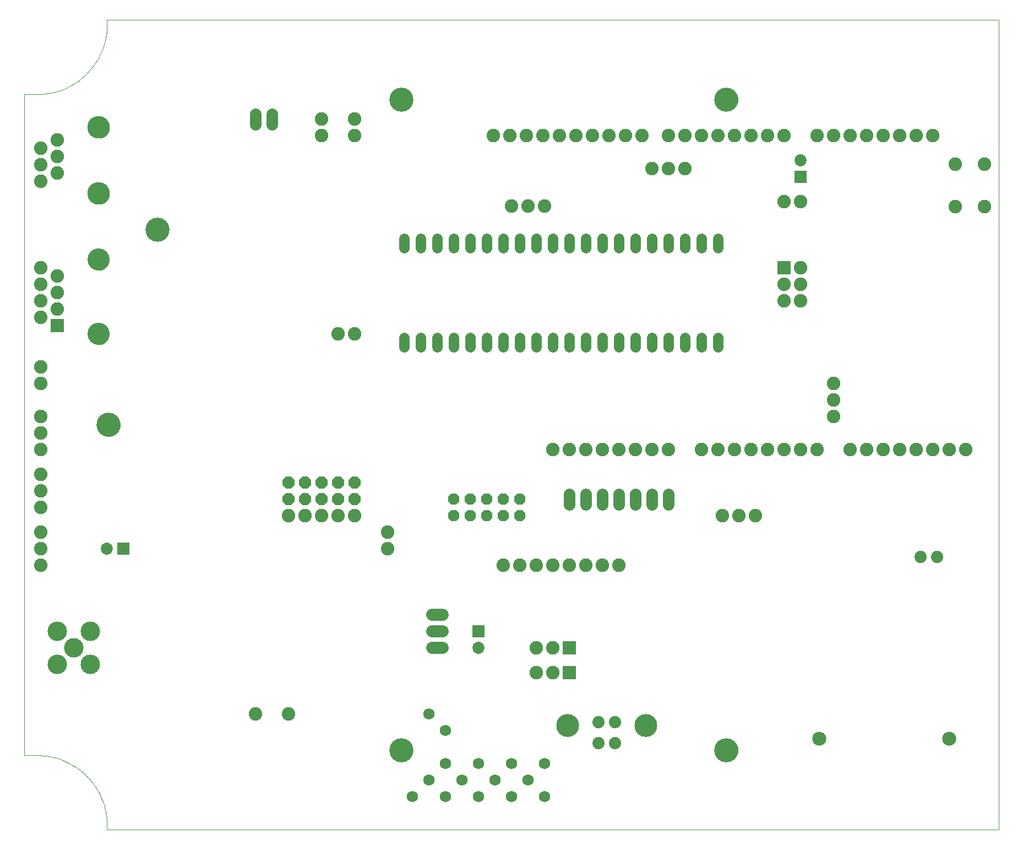
<source format=gbs>
G75*
G70*
%OFA0B0*%
%FSLAX24Y24*%
%IPPOS*%
%LPD*%
%AMOC8*
5,1,8,0,0,1.08239X$1,22.5*
%
%ADD10C,0.0640*%
%ADD11C,0.0820*%
%ADD12C,0.0740*%
%ADD13C,0.1386*%
%ADD14R,0.0730X0.0730*%
%ADD15C,0.0730*%
%ADD16C,0.0848*%
%ADD17OC8,0.0680*%
%ADD18C,0.0714*%
%ADD19R,0.0820X0.0820*%
%ADD20C,0.0720*%
%ADD21C,0.1180*%
%ADD22OC8,0.0720*%
%ADD23C,0.0000*%
%ADD24C,0.1340*%
%ADD25C,0.1360*%
%ADD26C,0.1458*%
%ADD27C,0.0680*%
D10*
X026175Y032395D02*
X026175Y032955D01*
X027175Y032955D02*
X027175Y032395D01*
X028175Y032395D02*
X028175Y032955D01*
X029175Y032955D02*
X029175Y032395D01*
X030175Y032395D02*
X030175Y032955D01*
X031175Y032955D02*
X031175Y032395D01*
X032175Y032395D02*
X032175Y032955D01*
X033175Y032955D02*
X033175Y032395D01*
X034175Y032395D02*
X034175Y032955D01*
X035175Y032955D02*
X035175Y032395D01*
X036175Y032395D02*
X036175Y032955D01*
X037175Y032955D02*
X037175Y032395D01*
X038175Y032395D02*
X038175Y032955D01*
X039175Y032955D02*
X039175Y032395D01*
X040175Y032395D02*
X040175Y032955D01*
X041175Y032955D02*
X041175Y032395D01*
X042175Y032395D02*
X042175Y032955D01*
X043175Y032955D02*
X043175Y032395D01*
X044175Y032395D02*
X044175Y032955D01*
X045175Y032955D02*
X045175Y032395D01*
X045175Y038395D02*
X045175Y038955D01*
X044175Y038955D02*
X044175Y038395D01*
X043175Y038395D02*
X043175Y038955D01*
X042175Y038955D02*
X042175Y038395D01*
X041175Y038395D02*
X041175Y038955D01*
X040175Y038955D02*
X040175Y038395D01*
X039175Y038395D02*
X039175Y038955D01*
X038175Y038955D02*
X038175Y038395D01*
X037175Y038395D02*
X037175Y038955D01*
X036175Y038955D02*
X036175Y038395D01*
X035175Y038395D02*
X035175Y038955D01*
X034175Y038955D02*
X034175Y038395D01*
X033175Y038395D02*
X033175Y038955D01*
X032175Y038955D02*
X032175Y038395D01*
X031175Y038395D02*
X031175Y038955D01*
X030175Y038955D02*
X030175Y038395D01*
X029175Y038395D02*
X029175Y038955D01*
X028175Y038955D02*
X028175Y038395D01*
X027175Y038395D02*
X027175Y038955D01*
X026175Y038955D02*
X026175Y038395D01*
D11*
X032675Y040925D03*
X033675Y040925D03*
X034675Y040925D03*
X034575Y045175D03*
X033575Y045175D03*
X032575Y045175D03*
X031575Y045175D03*
X035575Y045175D03*
X036575Y045175D03*
X037575Y045175D03*
X038575Y045175D03*
X039575Y045175D03*
X040575Y045175D03*
X042175Y045175D03*
X043175Y045175D03*
X044175Y045175D03*
X045175Y045175D03*
X046175Y045175D03*
X047175Y045175D03*
X048175Y045175D03*
X049175Y045175D03*
X051175Y045175D03*
X052175Y045175D03*
X053175Y045175D03*
X054175Y045175D03*
X055175Y045175D03*
X056175Y045175D03*
X057175Y045175D03*
X058175Y045175D03*
X059535Y043455D03*
X061315Y043455D03*
X061315Y040895D03*
X059535Y040895D03*
X050175Y041175D03*
X049175Y041175D03*
X043175Y043175D03*
X042175Y043175D03*
X041175Y043175D03*
X050175Y037175D03*
X050175Y036175D03*
X049175Y036175D03*
X049175Y035175D03*
X050175Y035175D03*
X052175Y030175D03*
X052175Y029175D03*
X052175Y028175D03*
X051175Y026175D03*
X050175Y026175D03*
X049175Y026175D03*
X048175Y026175D03*
X047175Y026175D03*
X046175Y026175D03*
X045175Y026175D03*
X044175Y026175D03*
X042175Y026175D03*
X041175Y026175D03*
X040175Y026175D03*
X039175Y026175D03*
X038175Y026175D03*
X037175Y026175D03*
X036175Y026175D03*
X035175Y026175D03*
X045425Y022175D03*
X046425Y022175D03*
X047425Y022175D03*
X053175Y026175D03*
X054175Y026175D03*
X055175Y026175D03*
X056175Y026175D03*
X057175Y026175D03*
X058175Y026175D03*
X059175Y026175D03*
X060175Y026175D03*
X039175Y019175D03*
X038175Y019175D03*
X037175Y019175D03*
X036175Y019175D03*
X035175Y019175D03*
X034175Y019175D03*
X033175Y019175D03*
X032175Y019175D03*
X025175Y020175D03*
X025175Y021175D03*
X023175Y022175D03*
X022175Y022175D03*
X021175Y022175D03*
X020175Y022175D03*
X019175Y022175D03*
X004175Y022675D03*
X004175Y023675D03*
X004175Y024675D03*
X004175Y026175D03*
X004175Y027175D03*
X004175Y028175D03*
X004175Y030175D03*
X004175Y031175D03*
X004175Y034175D03*
X005175Y034675D03*
X004175Y035175D03*
X005175Y035675D03*
X004175Y036175D03*
X005175Y036675D03*
X004175Y037175D03*
X004175Y042425D03*
X005175Y042925D03*
X004175Y043425D03*
X005175Y043925D03*
X004175Y044425D03*
X005175Y044925D03*
X021175Y045175D03*
X021175Y046175D03*
X023175Y046175D03*
X023175Y045175D03*
X023175Y033175D03*
X022175Y033175D03*
X004175Y021175D03*
X004175Y020175D03*
X004175Y019175D03*
X017175Y010175D03*
X019175Y010175D03*
X034175Y012675D03*
X035175Y012675D03*
X035175Y014175D03*
X034175Y014175D03*
D12*
X037933Y009675D03*
X038917Y009675D03*
X038917Y008415D03*
X037933Y008415D03*
X057425Y019675D03*
X058425Y019675D03*
D13*
X040795Y009478D03*
X036055Y009478D03*
D14*
X030675Y015175D03*
X009175Y020175D03*
X050175Y042675D03*
D15*
X050175Y043675D03*
X008175Y020175D03*
X030675Y014175D03*
D16*
X051301Y008675D03*
X059175Y008675D03*
D17*
X033175Y022175D03*
X033175Y023175D03*
X032175Y023175D03*
X032175Y022175D03*
X031175Y022175D03*
X031175Y023175D03*
X030175Y023175D03*
X030175Y022175D03*
X029175Y022175D03*
X029175Y023175D03*
D18*
X036175Y022858D02*
X036175Y023492D01*
X037175Y023492D02*
X037175Y022858D01*
X038175Y022858D02*
X038175Y023492D01*
X039175Y023492D02*
X039175Y022858D01*
X040175Y022858D02*
X040175Y023492D01*
X041175Y023492D02*
X041175Y022858D01*
X042175Y022858D02*
X042175Y023492D01*
X018175Y045858D02*
X018175Y046492D01*
X017175Y046492D02*
X017175Y045858D01*
D19*
X005175Y033675D03*
X036175Y014175D03*
X036175Y012675D03*
X049175Y037175D03*
D20*
X028495Y016175D02*
X027855Y016175D01*
X027855Y015175D02*
X028495Y015175D01*
X028495Y014175D02*
X027855Y014175D01*
D21*
X007175Y013175D03*
X006175Y014175D03*
X005175Y013175D03*
X005175Y015175D03*
X007175Y015175D03*
D22*
X019175Y023175D03*
X019175Y024175D03*
X020175Y024175D03*
X021175Y024175D03*
X022175Y024175D03*
X023175Y024175D03*
X023175Y023175D03*
X022175Y023175D03*
X021175Y023175D03*
X020175Y023175D03*
D23*
X003675Y007675D02*
X003884Y007682D01*
X004093Y007679D01*
X004301Y007665D01*
X004509Y007642D01*
X004715Y007608D01*
X004919Y007564D01*
X005121Y007510D01*
X005320Y007447D01*
X005516Y007374D01*
X005708Y007291D01*
X005895Y007199D01*
X006078Y007097D01*
X006256Y006987D01*
X006428Y006869D01*
X006594Y006742D01*
X006753Y006607D01*
X006906Y006464D01*
X007051Y006314D01*
X007189Y006157D01*
X007320Y005994D01*
X007442Y005824D01*
X007555Y005649D01*
X007660Y005468D01*
X007756Y005282D01*
X007842Y005092D01*
X007919Y004898D01*
X007987Y004700D01*
X008044Y004499D01*
X008092Y004296D01*
X008130Y004090D01*
X008157Y003883D01*
X008175Y003675D01*
X008175Y003175D01*
X062175Y003175D01*
X062175Y052175D01*
X008175Y052175D01*
X008175Y051675D01*
X008158Y051473D01*
X008132Y051272D01*
X008096Y051073D01*
X008051Y050875D01*
X007996Y050680D01*
X007932Y050488D01*
X007859Y050299D01*
X007777Y050113D01*
X007687Y049932D01*
X007588Y049756D01*
X007480Y049584D01*
X007365Y049417D01*
X007242Y049256D01*
X007111Y049102D01*
X006973Y048953D01*
X006828Y048811D01*
X006677Y048677D01*
X006519Y048550D01*
X006355Y048430D01*
X006186Y048318D01*
X006012Y048215D01*
X005833Y048120D01*
X005650Y048033D01*
X005463Y047956D01*
X005272Y047887D01*
X005079Y047827D01*
X004882Y047777D01*
X004684Y047736D01*
X004484Y047705D01*
X004282Y047683D01*
X004080Y047671D01*
X003878Y047668D01*
X003675Y047675D01*
X003175Y047675D01*
X003175Y007675D01*
X003675Y007675D01*
X025301Y007990D02*
X025303Y008042D01*
X025309Y008094D01*
X025319Y008145D01*
X025332Y008195D01*
X025350Y008245D01*
X025371Y008292D01*
X025395Y008338D01*
X025424Y008382D01*
X025455Y008424D01*
X025489Y008463D01*
X025526Y008500D01*
X025566Y008533D01*
X025609Y008564D01*
X025653Y008591D01*
X025699Y008615D01*
X025748Y008635D01*
X025797Y008651D01*
X025848Y008664D01*
X025899Y008673D01*
X025951Y008678D01*
X026003Y008679D01*
X026055Y008676D01*
X026107Y008669D01*
X026158Y008658D01*
X026208Y008644D01*
X026257Y008625D01*
X026304Y008603D01*
X026349Y008578D01*
X026393Y008549D01*
X026434Y008517D01*
X026473Y008482D01*
X026508Y008444D01*
X026541Y008403D01*
X026571Y008361D01*
X026597Y008316D01*
X026620Y008269D01*
X026639Y008220D01*
X026655Y008170D01*
X026667Y008120D01*
X026675Y008068D01*
X026679Y008016D01*
X026679Y007964D01*
X026675Y007912D01*
X026667Y007860D01*
X026655Y007810D01*
X026639Y007760D01*
X026620Y007711D01*
X026597Y007664D01*
X026571Y007619D01*
X026541Y007577D01*
X026508Y007536D01*
X026473Y007498D01*
X026434Y007463D01*
X026393Y007431D01*
X026349Y007402D01*
X026304Y007377D01*
X026257Y007355D01*
X026208Y007336D01*
X026158Y007322D01*
X026107Y007311D01*
X026055Y007304D01*
X026003Y007301D01*
X025951Y007302D01*
X025899Y007307D01*
X025848Y007316D01*
X025797Y007329D01*
X025748Y007345D01*
X025699Y007365D01*
X025653Y007389D01*
X025609Y007416D01*
X025566Y007447D01*
X025526Y007480D01*
X025489Y007517D01*
X025455Y007556D01*
X025424Y007598D01*
X025395Y007642D01*
X025371Y007688D01*
X025350Y007735D01*
X025332Y007785D01*
X025319Y007835D01*
X025309Y007886D01*
X025303Y007938D01*
X025301Y007990D01*
X044986Y007990D02*
X044988Y008042D01*
X044994Y008094D01*
X045004Y008145D01*
X045017Y008195D01*
X045035Y008245D01*
X045056Y008292D01*
X045080Y008338D01*
X045109Y008382D01*
X045140Y008424D01*
X045174Y008463D01*
X045211Y008500D01*
X045251Y008533D01*
X045294Y008564D01*
X045338Y008591D01*
X045384Y008615D01*
X045433Y008635D01*
X045482Y008651D01*
X045533Y008664D01*
X045584Y008673D01*
X045636Y008678D01*
X045688Y008679D01*
X045740Y008676D01*
X045792Y008669D01*
X045843Y008658D01*
X045893Y008644D01*
X045942Y008625D01*
X045989Y008603D01*
X046034Y008578D01*
X046078Y008549D01*
X046119Y008517D01*
X046158Y008482D01*
X046193Y008444D01*
X046226Y008403D01*
X046256Y008361D01*
X046282Y008316D01*
X046305Y008269D01*
X046324Y008220D01*
X046340Y008170D01*
X046352Y008120D01*
X046360Y008068D01*
X046364Y008016D01*
X046364Y007964D01*
X046360Y007912D01*
X046352Y007860D01*
X046340Y007810D01*
X046324Y007760D01*
X046305Y007711D01*
X046282Y007664D01*
X046256Y007619D01*
X046226Y007577D01*
X046193Y007536D01*
X046158Y007498D01*
X046119Y007463D01*
X046078Y007431D01*
X046034Y007402D01*
X045989Y007377D01*
X045942Y007355D01*
X045893Y007336D01*
X045843Y007322D01*
X045792Y007311D01*
X045740Y007304D01*
X045688Y007301D01*
X045636Y007302D01*
X045584Y007307D01*
X045533Y007316D01*
X045482Y007329D01*
X045433Y007345D01*
X045384Y007365D01*
X045338Y007389D01*
X045294Y007416D01*
X045251Y007447D01*
X045211Y007480D01*
X045174Y007517D01*
X045140Y007556D01*
X045109Y007598D01*
X045080Y007642D01*
X045056Y007688D01*
X045035Y007735D01*
X045017Y007785D01*
X045004Y007835D01*
X044994Y007886D01*
X044988Y007938D01*
X044986Y007990D01*
X007584Y027675D02*
X007586Y027727D01*
X007592Y027779D01*
X007602Y027830D01*
X007615Y027880D01*
X007633Y027930D01*
X007654Y027977D01*
X007678Y028023D01*
X007707Y028067D01*
X007738Y028109D01*
X007772Y028148D01*
X007809Y028185D01*
X007849Y028218D01*
X007892Y028249D01*
X007936Y028276D01*
X007982Y028300D01*
X008031Y028320D01*
X008080Y028336D01*
X008131Y028349D01*
X008182Y028358D01*
X008234Y028363D01*
X008286Y028364D01*
X008338Y028361D01*
X008390Y028354D01*
X008441Y028343D01*
X008491Y028329D01*
X008540Y028310D01*
X008587Y028288D01*
X008632Y028263D01*
X008676Y028234D01*
X008717Y028202D01*
X008756Y028167D01*
X008791Y028129D01*
X008824Y028088D01*
X008854Y028046D01*
X008880Y028001D01*
X008903Y027954D01*
X008922Y027905D01*
X008938Y027855D01*
X008950Y027805D01*
X008958Y027753D01*
X008962Y027701D01*
X008962Y027649D01*
X008958Y027597D01*
X008950Y027545D01*
X008938Y027495D01*
X008922Y027445D01*
X008903Y027396D01*
X008880Y027349D01*
X008854Y027304D01*
X008824Y027262D01*
X008791Y027221D01*
X008756Y027183D01*
X008717Y027148D01*
X008676Y027116D01*
X008632Y027087D01*
X008587Y027062D01*
X008540Y027040D01*
X008491Y027021D01*
X008441Y027007D01*
X008390Y026996D01*
X008338Y026989D01*
X008286Y026986D01*
X008234Y026987D01*
X008182Y026992D01*
X008131Y027001D01*
X008080Y027014D01*
X008031Y027030D01*
X007982Y027050D01*
X007936Y027074D01*
X007892Y027101D01*
X007849Y027132D01*
X007809Y027165D01*
X007772Y027202D01*
X007738Y027241D01*
X007707Y027283D01*
X007678Y027327D01*
X007654Y027373D01*
X007633Y027420D01*
X007615Y027470D01*
X007602Y027520D01*
X007592Y027571D01*
X007586Y027623D01*
X007584Y027675D01*
X007045Y033175D02*
X007047Y033225D01*
X007053Y033275D01*
X007063Y033324D01*
X007077Y033372D01*
X007094Y033419D01*
X007115Y033464D01*
X007140Y033508D01*
X007168Y033549D01*
X007200Y033588D01*
X007234Y033625D01*
X007271Y033659D01*
X007311Y033689D01*
X007353Y033716D01*
X007397Y033740D01*
X007443Y033761D01*
X007490Y033777D01*
X007538Y033790D01*
X007588Y033799D01*
X007637Y033804D01*
X007688Y033805D01*
X007738Y033802D01*
X007787Y033795D01*
X007836Y033784D01*
X007884Y033769D01*
X007930Y033751D01*
X007975Y033729D01*
X008018Y033703D01*
X008059Y033674D01*
X008098Y033642D01*
X008134Y033607D01*
X008166Y033569D01*
X008196Y033529D01*
X008223Y033486D01*
X008246Y033442D01*
X008265Y033396D01*
X008281Y033348D01*
X008293Y033299D01*
X008301Y033250D01*
X008305Y033200D01*
X008305Y033150D01*
X008301Y033100D01*
X008293Y033051D01*
X008281Y033002D01*
X008265Y032954D01*
X008246Y032908D01*
X008223Y032864D01*
X008196Y032821D01*
X008166Y032781D01*
X008134Y032743D01*
X008098Y032708D01*
X008059Y032676D01*
X008018Y032647D01*
X007975Y032621D01*
X007930Y032599D01*
X007884Y032581D01*
X007836Y032566D01*
X007787Y032555D01*
X007738Y032548D01*
X007688Y032545D01*
X007637Y032546D01*
X007588Y032551D01*
X007538Y032560D01*
X007490Y032573D01*
X007443Y032589D01*
X007397Y032610D01*
X007353Y032634D01*
X007311Y032661D01*
X007271Y032691D01*
X007234Y032725D01*
X007200Y032762D01*
X007168Y032801D01*
X007140Y032842D01*
X007115Y032886D01*
X007094Y032931D01*
X007077Y032978D01*
X007063Y033026D01*
X007053Y033075D01*
X007047Y033125D01*
X007045Y033175D01*
X007045Y037675D02*
X007047Y037725D01*
X007053Y037775D01*
X007063Y037824D01*
X007077Y037872D01*
X007094Y037919D01*
X007115Y037964D01*
X007140Y038008D01*
X007168Y038049D01*
X007200Y038088D01*
X007234Y038125D01*
X007271Y038159D01*
X007311Y038189D01*
X007353Y038216D01*
X007397Y038240D01*
X007443Y038261D01*
X007490Y038277D01*
X007538Y038290D01*
X007588Y038299D01*
X007637Y038304D01*
X007688Y038305D01*
X007738Y038302D01*
X007787Y038295D01*
X007836Y038284D01*
X007884Y038269D01*
X007930Y038251D01*
X007975Y038229D01*
X008018Y038203D01*
X008059Y038174D01*
X008098Y038142D01*
X008134Y038107D01*
X008166Y038069D01*
X008196Y038029D01*
X008223Y037986D01*
X008246Y037942D01*
X008265Y037896D01*
X008281Y037848D01*
X008293Y037799D01*
X008301Y037750D01*
X008305Y037700D01*
X008305Y037650D01*
X008301Y037600D01*
X008293Y037551D01*
X008281Y037502D01*
X008265Y037454D01*
X008246Y037408D01*
X008223Y037364D01*
X008196Y037321D01*
X008166Y037281D01*
X008134Y037243D01*
X008098Y037208D01*
X008059Y037176D01*
X008018Y037147D01*
X007975Y037121D01*
X007930Y037099D01*
X007884Y037081D01*
X007836Y037066D01*
X007787Y037055D01*
X007738Y037048D01*
X007688Y037045D01*
X007637Y037046D01*
X007588Y037051D01*
X007538Y037060D01*
X007490Y037073D01*
X007443Y037089D01*
X007397Y037110D01*
X007353Y037134D01*
X007311Y037161D01*
X007271Y037191D01*
X007234Y037225D01*
X007200Y037262D01*
X007168Y037301D01*
X007140Y037342D01*
X007115Y037386D01*
X007094Y037431D01*
X007077Y037478D01*
X007063Y037526D01*
X007053Y037575D01*
X007047Y037625D01*
X007045Y037675D01*
X010537Y039486D02*
X010539Y039538D01*
X010545Y039590D01*
X010555Y039641D01*
X010568Y039691D01*
X010586Y039741D01*
X010607Y039788D01*
X010631Y039834D01*
X010660Y039878D01*
X010691Y039920D01*
X010725Y039959D01*
X010762Y039996D01*
X010802Y040029D01*
X010845Y040060D01*
X010889Y040087D01*
X010935Y040111D01*
X010984Y040131D01*
X011033Y040147D01*
X011084Y040160D01*
X011135Y040169D01*
X011187Y040174D01*
X011239Y040175D01*
X011291Y040172D01*
X011343Y040165D01*
X011394Y040154D01*
X011444Y040140D01*
X011493Y040121D01*
X011540Y040099D01*
X011585Y040074D01*
X011629Y040045D01*
X011670Y040013D01*
X011709Y039978D01*
X011744Y039940D01*
X011777Y039899D01*
X011807Y039857D01*
X011833Y039812D01*
X011856Y039765D01*
X011875Y039716D01*
X011891Y039666D01*
X011903Y039616D01*
X011911Y039564D01*
X011915Y039512D01*
X011915Y039460D01*
X011911Y039408D01*
X011903Y039356D01*
X011891Y039306D01*
X011875Y039256D01*
X011856Y039207D01*
X011833Y039160D01*
X011807Y039115D01*
X011777Y039073D01*
X011744Y039032D01*
X011709Y038994D01*
X011670Y038959D01*
X011629Y038927D01*
X011585Y038898D01*
X011540Y038873D01*
X011493Y038851D01*
X011444Y038832D01*
X011394Y038818D01*
X011343Y038807D01*
X011291Y038800D01*
X011239Y038797D01*
X011187Y038798D01*
X011135Y038803D01*
X011084Y038812D01*
X011033Y038825D01*
X010984Y038841D01*
X010935Y038861D01*
X010889Y038885D01*
X010845Y038912D01*
X010802Y038943D01*
X010762Y038976D01*
X010725Y039013D01*
X010691Y039052D01*
X010660Y039094D01*
X010631Y039138D01*
X010607Y039184D01*
X010586Y039231D01*
X010568Y039281D01*
X010555Y039331D01*
X010545Y039382D01*
X010539Y039434D01*
X010537Y039486D01*
X007035Y041675D02*
X007037Y041725D01*
X007043Y041775D01*
X007053Y041824D01*
X007066Y041873D01*
X007084Y041920D01*
X007105Y041966D01*
X007129Y042009D01*
X007157Y042051D01*
X007188Y042091D01*
X007222Y042128D01*
X007259Y042162D01*
X007299Y042193D01*
X007341Y042221D01*
X007384Y042245D01*
X007430Y042266D01*
X007477Y042284D01*
X007526Y042297D01*
X007575Y042307D01*
X007625Y042313D01*
X007675Y042315D01*
X007725Y042313D01*
X007775Y042307D01*
X007824Y042297D01*
X007873Y042284D01*
X007920Y042266D01*
X007966Y042245D01*
X008009Y042221D01*
X008051Y042193D01*
X008091Y042162D01*
X008128Y042128D01*
X008162Y042091D01*
X008193Y042051D01*
X008221Y042009D01*
X008245Y041966D01*
X008266Y041920D01*
X008284Y041873D01*
X008297Y041824D01*
X008307Y041775D01*
X008313Y041725D01*
X008315Y041675D01*
X008313Y041625D01*
X008307Y041575D01*
X008297Y041526D01*
X008284Y041477D01*
X008266Y041430D01*
X008245Y041384D01*
X008221Y041341D01*
X008193Y041299D01*
X008162Y041259D01*
X008128Y041222D01*
X008091Y041188D01*
X008051Y041157D01*
X008009Y041129D01*
X007966Y041105D01*
X007920Y041084D01*
X007873Y041066D01*
X007824Y041053D01*
X007775Y041043D01*
X007725Y041037D01*
X007675Y041035D01*
X007625Y041037D01*
X007575Y041043D01*
X007526Y041053D01*
X007477Y041066D01*
X007430Y041084D01*
X007384Y041105D01*
X007341Y041129D01*
X007299Y041157D01*
X007259Y041188D01*
X007222Y041222D01*
X007188Y041259D01*
X007157Y041299D01*
X007129Y041341D01*
X007105Y041384D01*
X007084Y041430D01*
X007066Y041477D01*
X007053Y041526D01*
X007043Y041575D01*
X007037Y041625D01*
X007035Y041675D01*
X007035Y045675D02*
X007037Y045725D01*
X007043Y045775D01*
X007053Y045824D01*
X007066Y045873D01*
X007084Y045920D01*
X007105Y045966D01*
X007129Y046009D01*
X007157Y046051D01*
X007188Y046091D01*
X007222Y046128D01*
X007259Y046162D01*
X007299Y046193D01*
X007341Y046221D01*
X007384Y046245D01*
X007430Y046266D01*
X007477Y046284D01*
X007526Y046297D01*
X007575Y046307D01*
X007625Y046313D01*
X007675Y046315D01*
X007725Y046313D01*
X007775Y046307D01*
X007824Y046297D01*
X007873Y046284D01*
X007920Y046266D01*
X007966Y046245D01*
X008009Y046221D01*
X008051Y046193D01*
X008091Y046162D01*
X008128Y046128D01*
X008162Y046091D01*
X008193Y046051D01*
X008221Y046009D01*
X008245Y045966D01*
X008266Y045920D01*
X008284Y045873D01*
X008297Y045824D01*
X008307Y045775D01*
X008313Y045725D01*
X008315Y045675D01*
X008313Y045625D01*
X008307Y045575D01*
X008297Y045526D01*
X008284Y045477D01*
X008266Y045430D01*
X008245Y045384D01*
X008221Y045341D01*
X008193Y045299D01*
X008162Y045259D01*
X008128Y045222D01*
X008091Y045188D01*
X008051Y045157D01*
X008009Y045129D01*
X007966Y045105D01*
X007920Y045084D01*
X007873Y045066D01*
X007824Y045053D01*
X007775Y045043D01*
X007725Y045037D01*
X007675Y045035D01*
X007625Y045037D01*
X007575Y045043D01*
X007526Y045053D01*
X007477Y045066D01*
X007430Y045084D01*
X007384Y045105D01*
X007341Y045129D01*
X007299Y045157D01*
X007259Y045188D01*
X007222Y045222D01*
X007188Y045259D01*
X007157Y045299D01*
X007129Y045341D01*
X007105Y045384D01*
X007084Y045430D01*
X007066Y045477D01*
X007053Y045526D01*
X007043Y045575D01*
X007037Y045625D01*
X007035Y045675D01*
X025301Y047360D02*
X025303Y047412D01*
X025309Y047464D01*
X025319Y047515D01*
X025332Y047565D01*
X025350Y047615D01*
X025371Y047662D01*
X025395Y047708D01*
X025424Y047752D01*
X025455Y047794D01*
X025489Y047833D01*
X025526Y047870D01*
X025566Y047903D01*
X025609Y047934D01*
X025653Y047961D01*
X025699Y047985D01*
X025748Y048005D01*
X025797Y048021D01*
X025848Y048034D01*
X025899Y048043D01*
X025951Y048048D01*
X026003Y048049D01*
X026055Y048046D01*
X026107Y048039D01*
X026158Y048028D01*
X026208Y048014D01*
X026257Y047995D01*
X026304Y047973D01*
X026349Y047948D01*
X026393Y047919D01*
X026434Y047887D01*
X026473Y047852D01*
X026508Y047814D01*
X026541Y047773D01*
X026571Y047731D01*
X026597Y047686D01*
X026620Y047639D01*
X026639Y047590D01*
X026655Y047540D01*
X026667Y047490D01*
X026675Y047438D01*
X026679Y047386D01*
X026679Y047334D01*
X026675Y047282D01*
X026667Y047230D01*
X026655Y047180D01*
X026639Y047130D01*
X026620Y047081D01*
X026597Y047034D01*
X026571Y046989D01*
X026541Y046947D01*
X026508Y046906D01*
X026473Y046868D01*
X026434Y046833D01*
X026393Y046801D01*
X026349Y046772D01*
X026304Y046747D01*
X026257Y046725D01*
X026208Y046706D01*
X026158Y046692D01*
X026107Y046681D01*
X026055Y046674D01*
X026003Y046671D01*
X025951Y046672D01*
X025899Y046677D01*
X025848Y046686D01*
X025797Y046699D01*
X025748Y046715D01*
X025699Y046735D01*
X025653Y046759D01*
X025609Y046786D01*
X025566Y046817D01*
X025526Y046850D01*
X025489Y046887D01*
X025455Y046926D01*
X025424Y046968D01*
X025395Y047012D01*
X025371Y047058D01*
X025350Y047105D01*
X025332Y047155D01*
X025319Y047205D01*
X025309Y047256D01*
X025303Y047308D01*
X025301Y047360D01*
X044986Y047360D02*
X044988Y047412D01*
X044994Y047464D01*
X045004Y047515D01*
X045017Y047565D01*
X045035Y047615D01*
X045056Y047662D01*
X045080Y047708D01*
X045109Y047752D01*
X045140Y047794D01*
X045174Y047833D01*
X045211Y047870D01*
X045251Y047903D01*
X045294Y047934D01*
X045338Y047961D01*
X045384Y047985D01*
X045433Y048005D01*
X045482Y048021D01*
X045533Y048034D01*
X045584Y048043D01*
X045636Y048048D01*
X045688Y048049D01*
X045740Y048046D01*
X045792Y048039D01*
X045843Y048028D01*
X045893Y048014D01*
X045942Y047995D01*
X045989Y047973D01*
X046034Y047948D01*
X046078Y047919D01*
X046119Y047887D01*
X046158Y047852D01*
X046193Y047814D01*
X046226Y047773D01*
X046256Y047731D01*
X046282Y047686D01*
X046305Y047639D01*
X046324Y047590D01*
X046340Y047540D01*
X046352Y047490D01*
X046360Y047438D01*
X046364Y047386D01*
X046364Y047334D01*
X046360Y047282D01*
X046352Y047230D01*
X046340Y047180D01*
X046324Y047130D01*
X046305Y047081D01*
X046282Y047034D01*
X046256Y046989D01*
X046226Y046947D01*
X046193Y046906D01*
X046158Y046868D01*
X046119Y046833D01*
X046078Y046801D01*
X046034Y046772D01*
X045989Y046747D01*
X045942Y046725D01*
X045893Y046706D01*
X045843Y046692D01*
X045792Y046681D01*
X045740Y046674D01*
X045688Y046671D01*
X045636Y046672D01*
X045584Y046677D01*
X045533Y046686D01*
X045482Y046699D01*
X045433Y046715D01*
X045384Y046735D01*
X045338Y046759D01*
X045294Y046786D01*
X045251Y046817D01*
X045211Y046850D01*
X045174Y046887D01*
X045140Y046926D01*
X045109Y046968D01*
X045080Y047012D01*
X045056Y047058D01*
X045035Y047105D01*
X045017Y047155D01*
X045004Y047205D01*
X044994Y047256D01*
X044988Y047308D01*
X044986Y047360D01*
D24*
X007675Y037675D03*
X007675Y033175D03*
D25*
X007675Y041675D03*
X007675Y045675D03*
D26*
X011226Y039486D03*
X025990Y047360D03*
X045675Y047360D03*
X008273Y027675D03*
X025990Y007990D03*
X045675Y007990D03*
D27*
X034675Y007175D03*
X033675Y006175D03*
X032675Y007175D03*
X031675Y006175D03*
X030675Y007175D03*
X029675Y006175D03*
X028675Y007175D03*
X027675Y006175D03*
X026675Y005175D03*
X028675Y005175D03*
X030675Y005175D03*
X032675Y005175D03*
X034675Y005175D03*
X028675Y009175D03*
X027675Y010175D03*
M02*

</source>
